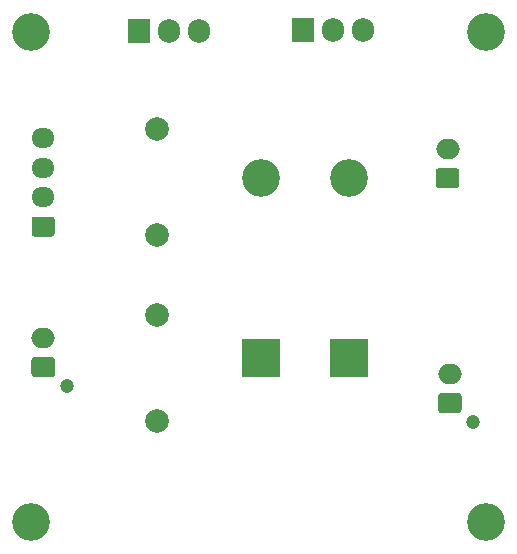
<source format=gbr>
%TF.GenerationSoftware,KiCad,Pcbnew,5.1.10-88a1d61d58~90~ubuntu20.04.1*%
%TF.CreationDate,2022-03-11T15:03:33+00:00*%
%TF.ProjectId,solenoid_driver,736f6c65-6e6f-4696-945f-647269766572,rev?*%
%TF.SameCoordinates,Original*%
%TF.FileFunction,Soldermask,Bot*%
%TF.FilePolarity,Negative*%
%FSLAX46Y46*%
G04 Gerber Fmt 4.6, Leading zero omitted, Abs format (unit mm)*
G04 Created by KiCad (PCBNEW 5.1.10-88a1d61d58~90~ubuntu20.04.1) date 2022-03-11 15:03:33*
%MOMM*%
%LPD*%
G01*
G04 APERTURE LIST*
%ADD10C,3.200000*%
%ADD11C,2.000000*%
%ADD12O,1.950000X1.700000*%
%ADD13R,3.200000X3.200000*%
%ADD14O,3.200000X3.200000*%
%ADD15O,2.000000X1.700000*%
%ADD16C,1.200000*%
%ADD17O,1.905000X2.000000*%
%ADD18R,1.905000X2.000000*%
G04 APERTURE END LIST*
D10*
%TO.C,REF\u002A\u002A*%
X154000000Y-125500000D03*
%TD*%
%TO.C,REF\u002A\u002A*%
X154000000Y-84000000D03*
%TD*%
%TO.C,REF\u002A\u002A*%
X115500000Y-125500000D03*
%TD*%
%TO.C,REF\u002A\u002A*%
X115500000Y-84000000D03*
%TD*%
D11*
%TO.C,R1*%
X126174500Y-92219000D03*
X126174500Y-101219000D03*
%TD*%
D12*
%TO.C,J1*%
X116500000Y-93000000D03*
X116500000Y-95500000D03*
X116500000Y-98000000D03*
G36*
G01*
X117225000Y-101350000D02*
X115775000Y-101350000D01*
G75*
G02*
X115525000Y-101100000I0J250000D01*
G01*
X115525000Y-99900000D01*
G75*
G02*
X115775000Y-99650000I250000J0D01*
G01*
X117225000Y-99650000D01*
G75*
G02*
X117475000Y-99900000I0J-250000D01*
G01*
X117475000Y-101100000D01*
G75*
G02*
X117225000Y-101350000I-250000J0D01*
G01*
G37*
%TD*%
D13*
%TO.C,D1*%
X142430500Y-111633000D03*
D14*
X142430500Y-96393000D03*
%TD*%
%TO.C,D2*%
X134937500Y-96393000D03*
D13*
X134937500Y-111633000D03*
%TD*%
%TO.C,J2*%
G36*
G01*
X117272500Y-113245000D02*
X115772500Y-113245000D01*
G75*
G02*
X115522500Y-112995000I0J250000D01*
G01*
X115522500Y-111795000D01*
G75*
G02*
X115772500Y-111545000I250000J0D01*
G01*
X117272500Y-111545000D01*
G75*
G02*
X117522500Y-111795000I0J-250000D01*
G01*
X117522500Y-112995000D01*
G75*
G02*
X117272500Y-113245000I-250000J0D01*
G01*
G37*
D15*
X116522500Y-109895000D03*
D16*
X118522500Y-113995000D03*
%TD*%
%TO.C,J3*%
X152939500Y-117043000D03*
D15*
X150939500Y-112943000D03*
G36*
G01*
X151689500Y-116293000D02*
X150189500Y-116293000D01*
G75*
G02*
X149939500Y-116043000I0J250000D01*
G01*
X149939500Y-114843000D01*
G75*
G02*
X150189500Y-114593000I250000J0D01*
G01*
X151689500Y-114593000D01*
G75*
G02*
X151939500Y-114843000I0J-250000D01*
G01*
X151939500Y-116043000D01*
G75*
G02*
X151689500Y-116293000I-250000J0D01*
G01*
G37*
%TD*%
%TO.C,J4*%
G36*
G01*
X151499000Y-97243000D02*
X149999000Y-97243000D01*
G75*
G02*
X149749000Y-96993000I0J250000D01*
G01*
X149749000Y-95793000D01*
G75*
G02*
X149999000Y-95543000I250000J0D01*
G01*
X151499000Y-95543000D01*
G75*
G02*
X151749000Y-95793000I0J-250000D01*
G01*
X151749000Y-96993000D01*
G75*
G02*
X151499000Y-97243000I-250000J0D01*
G01*
G37*
X150749000Y-93893000D03*
%TD*%
D17*
%TO.C,Q1*%
X143573500Y-83883500D03*
X141033500Y-83883500D03*
D18*
X138493500Y-83883500D03*
%TD*%
%TO.C,Q2*%
X124587000Y-83947000D03*
D17*
X127127000Y-83947000D03*
X129667000Y-83947000D03*
%TD*%
D11*
%TO.C,R2*%
X126111000Y-116967000D03*
X126111000Y-107967000D03*
%TD*%
M02*

</source>
